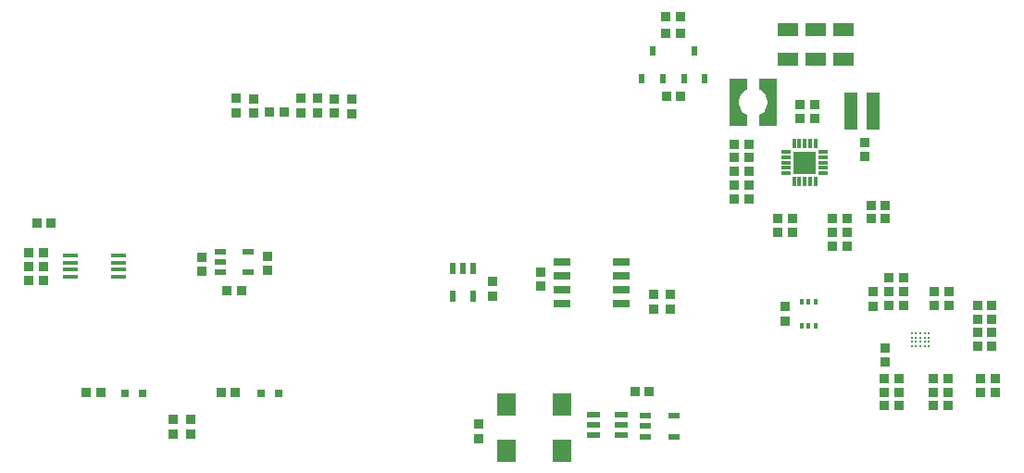
<source format=gtp>
G04*
G04 #@! TF.GenerationSoftware,Altium Limited,Altium Designer,21.6.4 (81)*
G04*
G04 Layer_Color=8421504*
%FSLAX44Y44*%
%MOMM*%
G71*
G04*
G04 #@! TF.SameCoordinates,7EEBCD2D-C3DC-42FC-9086-E37A22DFF102*
G04*
G04*
G04 #@! TF.FilePolarity,Positive*
G04*
G01*
G75*
%ADD14R,0.8300X0.9400*%
%ADD15R,1.0500X0.6000*%
%ADD16R,0.9400X0.8300*%
%ADD17R,0.4500X0.4700*%
%ADD18R,1.9200X1.2200*%
%ADD19R,0.9000X0.3000*%
%ADD20R,0.3000X0.9000*%
%ADD21R,2.1500X2.1500*%
%ADD22R,0.6000X0.8500*%
%ADD23C,0.2080*%
%ADD24R,1.8000X2.0000*%
%ADD25R,0.8000X0.8000*%
%ADD26R,1.3970X0.4318*%
%ADD27R,1.2000X0.6000*%
%ADD28R,0.6000X1.0500*%
%ADD29R,1.5260X0.6500*%
%ADD30R,1.3000X3.4000*%
G36*
X687250Y360780D02*
X687253D01*
X686165Y360209D01*
X684177Y358772D01*
X682493Y356988D01*
X681175Y354918D01*
X680269Y352638D01*
X679808Y350229D01*
X679808Y347775D01*
X680268Y345365D01*
X681174Y343085D01*
X682491Y341015D01*
X684174Y339230D01*
X686162Y337793D01*
X687249Y337221D01*
X687249Y337221D01*
X687250Y337223D01*
Y327500D01*
X671250D01*
Y370500D01*
X687250D01*
Y360780D01*
D02*
G37*
G36*
X714250Y327500D02*
X698250D01*
Y337220D01*
X698247Y337220D01*
X699334Y337791D01*
X701323Y339228D01*
X703007Y341012D01*
X704325Y343082D01*
X705230Y345362D01*
X705692Y347771D01*
X705692Y350225D01*
X705231Y352635D01*
X704326Y354915D01*
X703009Y356985D01*
X701326Y358770D01*
X699338Y360207D01*
X698251Y360779D01*
X698250Y360778D01*
Y370500D01*
X714250D01*
Y327500D01*
D02*
G37*
D14*
X858400Y176000D02*
D03*
X871600D02*
D03*
X613150Y354250D02*
D03*
X626350D02*
D03*
X688600Y310500D02*
D03*
X675400D02*
D03*
X250650Y339750D02*
D03*
X263850D02*
D03*
X625850Y427250D02*
D03*
X612650D02*
D03*
X625850Y411750D02*
D03*
X612650D02*
D03*
X748600Y346750D02*
D03*
X735400D02*
D03*
X748600Y334250D02*
D03*
X735400D02*
D03*
X813600Y242250D02*
D03*
X800400D02*
D03*
X813600Y254750D02*
D03*
X800400D02*
D03*
X778600Y217250D02*
D03*
X765400D02*
D03*
Y229750D02*
D03*
X778600D02*
D03*
Y242250D02*
D03*
X765400D02*
D03*
X715400D02*
D03*
X728600D02*
D03*
X715400Y229750D02*
D03*
X728600D02*
D03*
X675400Y260500D02*
D03*
X688600D02*
D03*
X675400Y285500D02*
D03*
X688600D02*
D03*
Y273000D02*
D03*
X675400D02*
D03*
X688600Y298000D02*
D03*
X675400D02*
D03*
X857650Y71093D02*
D03*
X870850D02*
D03*
X812650D02*
D03*
X825850D02*
D03*
X812650Y83593D02*
D03*
X825850D02*
D03*
X913850D02*
D03*
X900650D02*
D03*
X913850Y96093D02*
D03*
X900650D02*
D03*
X857650Y83593D02*
D03*
X870850D02*
D03*
X857650Y96093D02*
D03*
X870850D02*
D03*
X825850D02*
D03*
X812650D02*
D03*
X910850Y125592D02*
D03*
X897650D02*
D03*
X910850Y138092D02*
D03*
X897650D02*
D03*
Y150592D02*
D03*
X910850D02*
D03*
Y163092D02*
D03*
X897650D02*
D03*
X858400D02*
D03*
X871600D02*
D03*
X816900Y188500D02*
D03*
X830100D02*
D03*
X816900Y176000D02*
D03*
X830100D02*
D03*
Y163092D02*
D03*
X816900D02*
D03*
X597850Y84000D02*
D03*
X584650D02*
D03*
X50850Y238250D02*
D03*
X37650D02*
D03*
X82650Y83500D02*
D03*
X95850D02*
D03*
X219250D02*
D03*
X206050D02*
D03*
X211650Y176250D02*
D03*
X224850D02*
D03*
X43600Y186000D02*
D03*
X30400D02*
D03*
X43600Y211500D02*
D03*
X30400D02*
D03*
X43600Y198750D02*
D03*
X30400D02*
D03*
D15*
X594000Y62000D02*
D03*
Y52500D02*
D03*
Y43000D02*
D03*
X620000D02*
D03*
Y62000D02*
D03*
X205250Y212000D02*
D03*
Y202500D02*
D03*
Y193000D02*
D03*
X231250D02*
D03*
Y212000D02*
D03*
D16*
X721500Y162100D02*
D03*
Y148900D02*
D03*
X178250Y45400D02*
D03*
Y58600D02*
D03*
X162250Y45400D02*
D03*
Y58600D02*
D03*
X454000Y184850D02*
D03*
Y171650D02*
D03*
X617250Y173100D02*
D03*
Y159900D02*
D03*
X601500Y173100D02*
D03*
Y159900D02*
D03*
X498500Y193600D02*
D03*
Y180400D02*
D03*
X794750Y312350D02*
D03*
Y299150D02*
D03*
X813000Y110992D02*
D03*
Y124192D02*
D03*
X802008Y175600D02*
D03*
Y162400D02*
D03*
X441507Y41150D02*
D03*
Y54350D02*
D03*
X188258Y207350D02*
D03*
Y194150D02*
D03*
X248242Y208100D02*
D03*
Y194900D02*
D03*
X325500Y338400D02*
D03*
Y351600D02*
D03*
X278750Y339150D02*
D03*
Y352350D02*
D03*
X309750Y338900D02*
D03*
Y352100D02*
D03*
X294193Y352350D02*
D03*
Y339150D02*
D03*
X235758Y338900D02*
D03*
Y352100D02*
D03*
X220250Y339150D02*
D03*
Y352350D02*
D03*
D17*
X749750Y166100D02*
D03*
X743250D02*
D03*
X736750D02*
D03*
Y144400D02*
D03*
X743250D02*
D03*
X749750D02*
D03*
D18*
X724500Y415250D02*
D03*
Y388250D02*
D03*
X775000Y415250D02*
D03*
Y388250D02*
D03*
X749758Y415250D02*
D03*
Y388250D02*
D03*
D19*
X723000Y303750D02*
D03*
Y298750D02*
D03*
Y293750D02*
D03*
Y288750D02*
D03*
Y283750D02*
D03*
X757000D02*
D03*
Y288750D02*
D03*
Y293750D02*
D03*
Y298750D02*
D03*
Y303750D02*
D03*
D20*
X730000Y276750D02*
D03*
X735000D02*
D03*
X740000D02*
D03*
X745000D02*
D03*
X750000D02*
D03*
Y310750D02*
D03*
X745000D02*
D03*
X740000D02*
D03*
X735000D02*
D03*
X730000D02*
D03*
D21*
X740000Y293750D02*
D03*
D22*
X590965Y370750D02*
D03*
X609965D02*
D03*
X600465Y395750D02*
D03*
X629408Y370500D02*
D03*
X648408D02*
D03*
X638908Y395500D02*
D03*
D23*
X837500Y137592D02*
D03*
X841500D02*
D03*
X845500D02*
D03*
X849500D02*
D03*
X853500D02*
D03*
X837500Y133592D02*
D03*
X841500D02*
D03*
X845500D02*
D03*
X849500D02*
D03*
X853500D02*
D03*
X837500Y129593D02*
D03*
X841500D02*
D03*
X845500D02*
D03*
X849500D02*
D03*
X853500D02*
D03*
X837500Y125592D02*
D03*
X841500D02*
D03*
X845500D02*
D03*
X849500D02*
D03*
X853500D02*
D03*
D24*
X466750Y30000D02*
D03*
X517550D02*
D03*
Y72000D02*
D03*
X466750D02*
D03*
D25*
X242500Y82800D02*
D03*
X258500D02*
D03*
X118293D02*
D03*
X134293D02*
D03*
D26*
X68152Y208750D02*
D03*
Y202250D02*
D03*
Y195750D02*
D03*
Y189250D02*
D03*
X112348D02*
D03*
Y195750D02*
D03*
Y202250D02*
D03*
Y208750D02*
D03*
D27*
X571750Y63000D02*
D03*
Y53500D02*
D03*
Y44000D02*
D03*
X546750D02*
D03*
Y53500D02*
D03*
Y63000D02*
D03*
D28*
X437000Y197000D02*
D03*
X427500D02*
D03*
X418000D02*
D03*
Y171000D02*
D03*
X437000D02*
D03*
D29*
X572120Y164700D02*
D03*
Y177400D02*
D03*
Y190100D02*
D03*
Y202800D02*
D03*
X517880D02*
D03*
Y190100D02*
D03*
Y177400D02*
D03*
Y164700D02*
D03*
D30*
X802750Y340500D02*
D03*
X781750D02*
D03*
M02*

</source>
